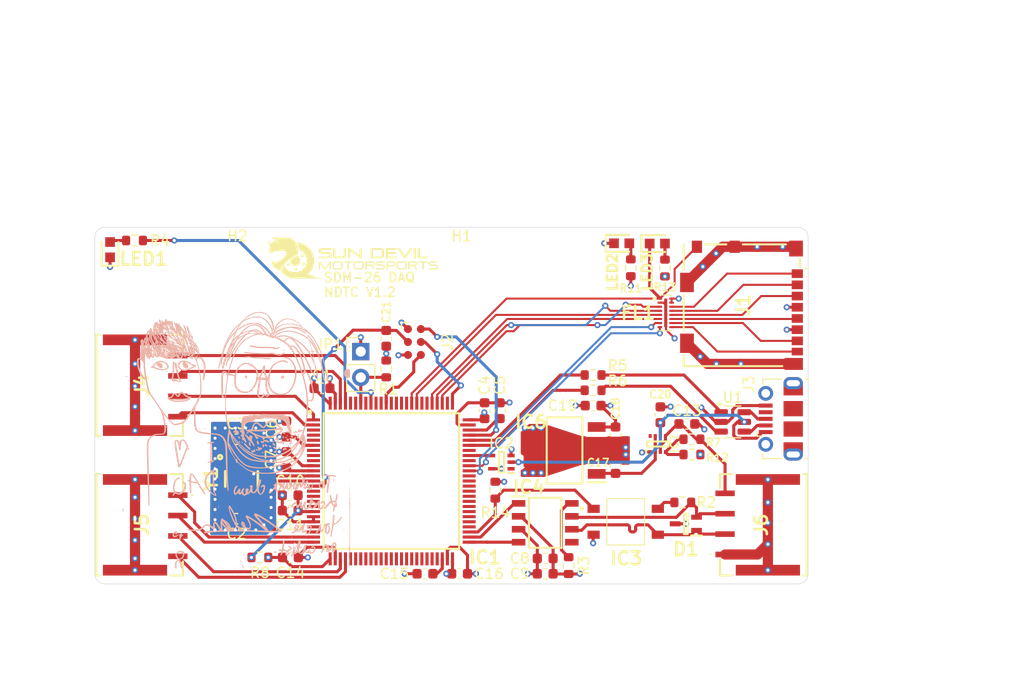
<source format=kicad_pcb>
(kicad_pcb (version 20241229) (generator "pcbnew") (generator_version "9.0")
  (layers (0 "F.Cu" signal) (4 "In1.Cu" signal) (6 "In2.Cu" signal) (2 "B.Cu" signal) (13 "F.Paste" user) (15 "B.Paste" user) (5 "F.SilkS" user "F.Silkscreen") (7 "B.SilkS" user "B.Silkscreen") (1 "F.Mask" user) (3 "B.Mask" user) (25 "Edge.Cuts" user))
  (net 0 "")
  (net 1 "GND")
  (net 2 "/HSE_OUT")
  (net 3 "/HSE_IN")
  (net 4 "+3.3V")
  (net 5 "VCC")
  (net 6 "GNDA")
  (net 7 "VBUS")
  (net 8 "/CAN_LOW")
  (net 9 "/CAN_HI")
  (net 10 "/SDMMC1_D3")
  (net 11 "Net-(FL1-DAT2_EX)")
  (net 12 "/SDMMC1_CMD")
  (net 13 "Net-(FL1-CMD_EX)")
  (net 14 "/SDMMC1_CK")
  (net 15 "Net-(FL1-DAT1_EX)")
  (net 16 "/SDMMC1_D2")
  (net 17 "Net-(FL1-CLK_EX)")
  (net 18 "Net-(FL1-DAT3_EX)")
  (net 19 "/SDMMC1_D0")
  (net 20 "Net-(FL1-DAT0_EX)")
  (net 21 "/SDMMC1_D1")
  (net 22 "/SDMMC1_CD")
  (net 33 "/Reset")
  (net 38 "WheelSpeed_2")
  (net 39 "WheelSpeed_4")
  (net 40 "/USB_OTG_DM")
  (net 45 "/SWDIO")
  (net 49 "Net-(IC1-BOOT0)")
  (net 52 "/USB_OTG_DP")
  (net 54 "/SWCLK")
  (net 62 "/FDCAN2_RX")
  (net 68 "/FDCAN2_TX")
  (net 69 "/USER_LED")
  (net 70 "/ECU_Feedback")
  (net 73 "/CAN_TERM")
  (net 75 "/SWO")
  (net 77 "WheelSpeed_3")
  (net 82 "/USB_OTG_VBUS")
  (net 86 "TC_Prediction")
  (net 90 "WheelSpeed_1")
  (net 92 "Net-(IC3-Pad6)")
  (net 93 "+5V")
  (net 96 "Net-(J3-D+)")
  (net 104 "Net-(J3-D-)")
  (net 105 "Net-(LED1-A)")
  (net 106 "Net-(IC1-VCAP_2)")
  (net 107 "Net-(IC1-VCAP_1)")
  (net 108 "Net-(LED2-A)")
  (net 111 "Net-(IC4-Rs)")
  (net 112 "Net-(R5-Pad1)")
  (net 113 "Net-(R6-Pad2)")
  (net 114 "/MISC_1")
  (net 115 "/MISC_2")
  (net 120 "Net-(IC7-PR1)")
  (net 121 "Net-(LED3-A)")
  (footprint "SDM_MiscFootprint:ABM3B" (layer "F.Cu") (at 114.4 139.7 -90)
    (property "Reference" "Y1")
    (property "Value" "ABM3B-8.000MHZ-10-1-U-T" (hide yes))
  )
  (footprint "SDM_MiscFootprint:SM04BULHK1TA1ETBHF" (layer "F.Cu") (at 104.4 130.5 90)
    (property "Reference" "J4")
    (property "Value" "SM04B-ULHK-1TA1-ETB_HF_" (hide yes))
  )
  (footprint "Connector_PinHeader_2.54mm:PinHeader_1x02_P2.54mm_Vertical" (layer "F.Cu") (at 126.1 127.2)
    (property "Reference" "JP1")
    (property "Value" "BOOT")
  )
  (footprint "SDM_MiscFootprint:SOT65P210X110-5L" (layer "F.Cu") (at 139.9 138.05 180)
    (property "Reference" "IC2")
    (property "Value" "74LVC1G17SE-7" (hide yes))
  )
  (footprint "Resistor_SMD:R_0603_1608Metric" (layer "F.Cu") (at 148.9 131)
    (property "Reference" "R6")
    (property "Value" "27")
  )
  (footprint "Capacitor_SMD:C_0603_1608Metric" (layer "F.Cu") (at 132.4 149 180)
    (property "Reference" "C15")
    (property "Value" "2.2uF")
  )
  (footprint "Resistor_SMD:R_0603_1608Metric" (layer "F.Cu") (at 116.2 147.4)
    (property "Reference" "R8")
    (property "Value" "0")
  )
  (footprint "MountingHole:MountingHole_3.2mm_M3" (layer "F.Cu") (at 136 120)
    (property "Reference" "H1")
    (property "Value" "M3")
  )
  (footprint "Capacitor_SMD:C_0603_1608Metric" (layer "F.Cu") (at 118.8 137.8 90)
    (property "Reference" "C7")
    (property "Value" "100nF")
  )
  (footprint "Capacitor_SMD:C_0603_1608Metric" (layer "F.Cu") (at 119.175 142.8 180)
    (property "Reference" "C11")
    (property "Value" "1uF")
  )
  (footprint "Package_TO_SOT_SMD:SOT-23-6" (layer "F.Cu") (at 162.6 134.1)
    (property "Reference" "U1")
    (property "Value" "USBLC6-2SC6")
  )
  (footprint "SDM_MiscFootprint:SM04BULHK1TA1ETBHF" (layer "F.Cu") (at 165.6 144.2 -90)
    (property "Reference" "J6")
    (property "Value" "SM04B-ULHK-1TA1-ETB_HF_" (hide yes))
  )
  (footprint "SDM_MiscFootprint:SOIC127P600X175-8L" (layer "F.Cu") (at 144.2 144)
    (property "Reference" "IC4")
    (property "Value" "SN65HVD230QDR" (hide yes))
  )
  (footprint "SDM_MiscFootprint:1040310811" (layer "F.Cu") (at 163.644 122.655 90)
    (property "Reference" "J1")
    (property "Value" "104031-0811" (hide yes))
  )
  (footprint "Capacitor_SMD:C_0603_1608Metric" (layer "F.Cu") (at 128.6 125.9 -90)
    (property "Reference" "C21")
    (property "Value" "100nF")
  )
  (footprint "SDM_MiscFootprint:SOTFL50P160X60-8L" (layer "F.Cu") (at 155.25 136.2695 90)
    (property "Reference" "IC7")
    (property "Value" "TPS2116DRLR" (hide yes))
  )
  (footprint "Capacitor_SMD:C_0603_1608Metric" (layer "F.Cu") (at 139.75 133 -90)
    (property "Reference" "C5")
    (property "Value" "2.2uF")
  )
  (footprint "Resistor_SMD:R_0603_1608Metric" (layer "F.Cu") (at 128.6 128.9 -90)
    (property "Reference" "R1")
    (property "Value" "10k")
  )
  (footprint "Capacitor_SMD:C_0603_1608Metric" (layer "F.Cu") (at 122.3 130.8 180)
    (property "Reference" "C1")
    (property "Value" "100nF")
  )
  (footprint "LOGO" (layer "F.Cu") (at 125.4 118)
    (property "Reference" "G***" (hide yes))
    (property "Value" "LOGO" (hide yes))
  )
  (footprint "SDM_MiscFootprint:LEDC1608X80N" (layer "F.Cu") (at 151.7 116.575)
    (property "Reference" "LED2")
    (property "Value" "150060RS75000" (hide yes))
  )
  (footprint "Resistor_SMD:R_0603_1608Metric" (layer "F.Cu") (at 139.3 140.8 -90)
    (property "Reference" "R14")
    (property "Value" "10k")
  )
  (footprint "Capacitor_SMD:C_0603_1608Metric" (layer "F.Cu") (at 155.5 133.4 90)
    (property "Reference" "C20")
    (property "Value" "1uF")
  )
  (footprint "SDM_MiscFootprint:Tag-Connect_TC2030-IDC-NL_2x03_P1.27mm_Vertical" (layer "F.Cu") (at 131.365 126.26 -90)
    (property "Reference" "J2")
    (property "Value" "Conn_ARM_SWD_TagConnect_TC2030-NL")
  )
  (footprint "Resistor_SMD:R_0603_1608Metric" (layer "F.Cu") (at 158.6 137.3)
    (property "Reference" "R12")
    (property "Value" "10k")
  )
  (footprint "Capacitor_SMD:C_0603_1608Metric" (layer "F.Cu") (at 113.9 143.6 180)
    (property "Reference" "C2")
    (property "Value" "6pF")
  )
  (footprint "SDM_MiscFootprint:LEDC1608X80N" (layer "F.Cu") (at 101.5 117.2 90)
    (property "Reference" "LED1")
    (property "Value" "150060GS75000" (hide yes))
  )
  (footprint "Capacitor_SMD:C_0603_1608Metric" (layer "F.Cu") (at 135.8 149 180)
    (property "Reference" "C16")
    (property "Value" "100nF")
  )
  (footprint "Capacitor_SMD:C_0603_1608Metric" (layer "F.Cu") (at 151.1 138.375 -90)
    (property "Reference" "C17")
    (property "Value" "10uF")
  )
  (footprint "SDM_MiscFootprint:SM04BULHK1TA1ETBHF" (layer "F.Cu") (at 104.4 144.2 90)
    (property "Reference" "J5")
    (property "Value" "SM04B-ULHK-1TA1-ETB_HF_" (hide yes))
  )
  (footprint "Capacitor_SMD:C_0603_1608Metric" (layer "F.Cu") (at 119.175 141.3)
    (property "Reference" "C10")
    (property "Value" "100nF")
  )
  (footprint "Resistor_SMD:R_0603_1608Metric" (layer "F.Cu") (at 148.9 129.5 180)
    (property "Reference" "R5")
    (property "Value" "27")
  )
  (footprint "SDM_MiscFootprint:SOT65P210X110-3N" (layer "F.Cu") (at 158 144.1 180)
    (property "Reference" "D1")
    (property "Value" "ESDCAN03-2BWY" (hide yes))
  )
  (footprint "SDM_MiscFootprint:TLP266J" (layer "F.Cu") (at 152.15 143.9)
    (property "Reference" "IC3")
    (property "Value" "TLP175A_TPL,E" (hide yes))
  )
  (footprint "Resistor_SMD:R_0603_1608Metric" (layer "F.Cu") (at 103.9 116.3 180)
    (property "Reference" "R4")
    (property "Value" "5.05")
  )
  (footprint "Capacitor_SMD:C_0603_1608Metric" (layer "F.Cu") (at 144.2 149)
    (property "Reference" "C9")
    (property "Value" "100nF")
  )
  (footprint "Capacitor_SMD:C_0603_1608Metric" (layer "F.Cu") (at 144.2 147.5)
    (property "Reference" "C8")
    (property "Value" "100nF")
  )
  (footprint "Resistor_SMD:R_0603_1608Metric" (layer "F.Cu") (at 146.5 148.2 90)
    (property "Reference" "R3")
    (property "Value" "0")
  )
  (footprint "SDM_MiscFootprint:QFP50P1600X1600X160-100L" (layer "F.Cu") (at 129.1 139.9)
    (property "Reference" "IC1")
    (property "Value" "STM32H743VIT6" (hide yes))
  )
  (footprint "Capacitor_SMD:C_0603_1608Metric" (layer "F.Cu") (at 118.8 134.8 90)
    (property "Reference" "C6")
    (property "Value" "100nF")
  )
  (footprint "Capacitor_SMD:C_0603_1608Metric" (layer "F.Cu") (at 151.1 135.375 90)
    (property "Reference" "C18")
    (property "Value" "10uF")
  )
  (footprint "Connector_USB:USB_Micro-B_Molex-105017-0001" (layer "F.Cu") (at 167.3 133.8 90)
    (property "Reference" "J3")
    (property "Value" "USB_B_Micro")
  )
  (footprint "SDM_MiscFootprint:SOT230P700X180-4N" (layer "F.Cu") (at 146.1 136.9 180)
    (property "Reference" "IC6")
    (property "Value" "MIC37100-3.3WS" (hide yes))
  )
  (footprint "MountingHole:MountingHole_3.2mm_M3" (layer "F.Cu") (at 114 120)
    (property "Reference" "H2")
    (property "Value" "M3")
  )
  (footprint "Resistor_SMD:R_0603_1608Metric" (layer "F.Cu") (at 157.7 142)
    (property "Reference" "R2")
    (property "Value" "120")
  )
  (footprint "Capacitor_SMD:C_0603_1608Metric" (layer "F.Cu") (at 113.9 135.8)
    (property "Reference" "C3")
    (property "Value" "6pF")
  )
  (footprint "Resistor_SMD:R_0603_1608Metric" (layer "F.Cu") (at 155.95 119 90)
    (property "Reference" "R13")
    (property "Value" "68")
  )
  (footprint "Capacitor_SMD:C_0603_1608Metric" (layer "F.Cu") (at 138.25 133 -90)
    (property "Reference" "C4")
    (property "Value" "100nF")
  )
  (footprint "Capacitor_SMD:C_0603_1608Metric" (layer "F.Cu") (at 158.1 134.3 180)
    (property "Reference" "C13")
    (property "Value" "1uF")
  )
  (footprint "Resistor_SMD:R_0603_1608Metric" (layer "F.Cu") (at 158.6 135.8 180)
    (property "Reference" "R7")
    (property "Value" "10k")
  )
  (footprint "SDM_MiscFootprint:LEDC1608X80N" (layer "F.Cu") (at 155.2 116.6)
    (property "Reference" "LED3")
    (property "Value" "150060RS75000" (hide yes))
  )
  (footprint "Resistor_SMD:R_0603_1608Metric" (layer "F.Cu") (at 152.6 118.975 90)
    (property "Reference" "R11")
    (property "Value" "68")
  )
  (footprint "SDM_MiscFootprint:EMIF06MSD02N16" (layer "F.Cu") (at 155.825 123.4 -90)
    (property "Reference" "FL1")
    (property "Value" "EMIF06-MSD02N16" (hide yes))
  )
  (footprint "Capacitor_SMD:C_0603_1608Metric" (layer "F.Cu") (at 148.9 132.5)
    (property "Reference" "C19")
    (property "Value" "4.7uF")
  )
  (footprint "Capacitor_SMD:C_0603_1608Metric" (layer "F.Cu") (at 119.2 147.4)
    (property "Reference" "C14")
    (property "Value" "100nF")
  )
  (footprint "LOGO" (layer "B.Cu") (at 113.9 135.8 180)
    (property "Reference" "G***" (hide yes))
    (property "Value" "LOGO" (hide yes))
  )
  (gr_line (start 101 115) (end 169 115) (stroke (width 0.05)) (layer "Edge.Cuts"))
  (gr_arc (start 170 149) (mid 169.707107 149.707107) (end 169 150) (stroke (width 0.05)) (layer "Edge.Cuts"))
  (gr_arc (start 100 116) (mid 100.292893 115.292893) (end 101 115) (stroke (width 0.05)) (layer "Edge.Cuts"))
  (gr_arc (start 101 150) (mid 100.292893 149.707107) (end 100 149) (stroke (width 0.05)) (layer "Edge.Cuts"))
  (gr_line (start 100 149) (end 100 116) (stroke (width 0.05)) (layer "Edge.Cuts"))
  (gr_line (start 170 116) (end 170 149) (stroke (width 0.05)) (layer "Edge.Cuts"))
  (gr_line (start 169 150) (end 101 150) (stroke (width 0.05)) (layer "Edge.Cuts"))
  (gr_arc (start 169 115) (mid 169.707107 115.292893) (end 170 116) (stroke (width 0.05)) (layer "Edge.Cuts"))
  (gr_text "SDM-26 DAQ\nNDTC V1.2" (at 122.4 121.9 0) (layer "F.SilkS") (effects (font (size 0.9 0.9)) (justify left bottom)))
  (segment (start 113.125 143.6) (end 113.125 141.775) (width 0.3) (layer "F.Cu") (net 1))
  (segment (start 123.075 129.825) (end 123.1 129.8) (width 0.3) (layer "F.Cu") (net 1))
  (segment (start 159.414 127.686) (end 158.113 126.385) (width 1) (layer "F.Cu") (net 1))
  (segment (start 113.125 143.6) (end 113.125 144.375) (width 0.3) (layer "F.Cu") (net 1))
  (segment (start 147.575 149.025) (end 147.6 149) (width 0.3) (layer "F.Cu") (net 1))
  (segment (start 138.25 132.225) (end 139.75 132.225) (width 0.3) (layer "F.Cu") (net 1))
  (segment (start 168.638 116.915) (end 168.813 117.09) (width 1) (layer "F.Cu") (net 1))
  (segment (start 136.625 132.225) (end 138.25 132.225) (width 0.3) (layer "F.Cu") (net 1))
  (segment (start 144.975 146.512) (end 144.975 147.5) (width 0.3) (layer "F.Cu") (net 1))
  (segment (start 149.95 137.6) (end 149.25 136.9) (width 0.3) (layer "F.Cu") (net 1))
  (segment (start 136.575 149) (end 137.4 149) (width 0.3) (layer "F.Cu") (net 1))
  (segment (start 162.788 116.915) (end 161.613 116.915) (width 1) (layer "F.Cu") (net 1))
  (segment (start 163.4 128.41) (end 161 128.41) (width 1) (layer "F.Cu") (net 1))
  (segment (start 166.05 142) (end 166.05 144) (width 1) (layer "F.Cu") (net 1))
  (segment (start 103.95 145.7) (end 103.95 147.5) (width 1) (layer "F.Cu") (net 1))
  (segment (start 148.9 145.22) (end 148.95 145.17) (width 0.3) (layer "F.Cu") (net 1))
  (segment (start 151.1 137.6) (end 149.95 137.6) (width 0.3) (layer "F.Cu") (net 1))
  (segment (start 139.75 132.225) (end 140.675 132.225) (width 0.3) (layer "F.Cu") (net 1))
  (segment (start 140.85 136.85) (end 140.9 136.8) (width 0.3) (layer "F.Cu") (net 1))
  (segment (start 119.325 148.3) (end 122.338 148.3) (width 0.3) (layer "F.Cu") (net 1))
  (segment (start 151.65 136.15) (end 151.1 136.15) (width 0.3) (layer "F.Cu") (net 1))
  (segment (start 166.05 139.75) (end 166.05 142) (width 1) (layer "F.Cu") (net 1))
  (segment (start 140.85 137.4) (end 140.85 136.85) (width 0.3) (layer "F.Cu") (net 1))
  (segment (start 103.95 132.6) (end 103.95 133.7) (width 1) (layer "F.Cu") (net 1))
  (segment (start 160.138 128.41) (end 159.414 127.686) (width 1) (layer "F.Cu") (net 1))
  (segment (start 144.975 146.512) (end 141.828 143.365) (width 0.3) (layer "F.Cu") (net 1))
  (segment (start 153.7 137.1) (end 153.7425 137.0575) (width 0.3) (layer "F.Cu") (net 1))
  (segment (start 103.95 140.05) (end 103.95 141.5) (width 1) (layer "F.Cu") (net 1))
  (segment (start 150 136.15) (end 149.25 136.9) (width 0.3) (layer "F.Cu") (net 1))
  (segment (start 118.98781 137.025) (end 118.8 137.025) (width 0.3) (layer "F.Cu") (net 1))
  (segment (start 156.051 123.426) (end 156.025 123.4) (width 0.2) (layer "F.Cu") (net 1))
  (segment (start 118.1 137.025) (end 118.8 137.025) (width 0.3) (layer "F.Cu") (net 1))
  (segment (start 103.95 126.05) (end 103.95 128.4) (width 1) (layer "F.Cu") (net 1))
  (segment (start 113.125 141.775) (end 113.2 141.7) (width 0.3) (layer "F.Cu") (net 1))
  (segment (start 146.5 149.025) (end 145 149.025) (width 0.3) (layer "F.Cu") (net 1))
  (segment (start 161 128.41) (end 160.138 128.41) (width 1) (layer "F.Cu") (net 1))
  (segment (start 162.788 116.915) (end 165 116.915) (width 1) (layer "F.Cu") (net 1))
  (segment (start 165.8375 132.5) (end 163.012322 132.5) (width 0.3) (layer "F.Cu") (net 1))
  (segment (start 148.9 146) (end 148.9 145.22) (width 0.3) (layer "F.Cu") (net 1))
  (segment (start 141.589 143.465) (end 141.928 143.465) (width 0.3) (layer "F.Cu") (net 1))
  (segment (start 113.125 144.375) (end 112.8 144.7) (width 0.3) (layer "F.Cu") (net 1))
  (segment (start 123.6 132.262) (end 123.6 131.325) (width 0.3) (layer "F.Cu") (net 1))
  (segment (start 115.6 139.2) (end 115.6 137.7) (width 0.3) (layer "F.Cu") (net 1))
  (segment (start 159.28076 134.3) (end 158.875 134.3) (width 0.3) (layer "F.Cu") (net 1))
  (segment (start 134.9 146.4) (end 135.8 146.4) (width 0.3) (layer "F.Cu") (net 1))
  (segment (start 156.025 123.4) (end 156.025 122.625) (width 0.2) (layer "F.Cu") (net 1))
  (segment (start 136.575 147.175) (end 136.575 149) (width 0.3) (layer "F.Cu") (net 1))
  (segment (start 151.1 136.15) (end 150 136.15) (width 0.3) (layer "F.Cu") (net 1))
  (segment (start 156.9 125.9) (end 156.051 125.051) (width 0.2) (layer "F.Cu") (net 1))
  (segment (start 136.738 134.4) (end 135.7 134.4) (width 0.3) (layer "F.Cu") (net 1))
  (segment (start 135.7 134.4) (end 135.55 134.25) (width 0.3) (layer "F.Cu") (net 1))
  (segment (start 165 116.915) (end 167.5 116.915) (width 1) (layer "F.Cu") (net 1))
  (segment (start 161.85 147.11) (end 165.04 147.11) (width 1) (layer "F.Cu") (net 1))
  (segment (start 162.6 133.624998) (end 162.124998 134.1) (width 0.3) (layer "F.Cu") (net 1))
  (segment (start 122.338 148.3) (end 123.1 147.538) (width 0.3) (layer "F.Cu") (net 1))
  (segment (start 166.05 146.1) (end 166.05 148.65) (width 1) (layer "F.Cu") (net 1))
  (segment (start 152.1 137.3) (end 151.8 137.6) (width 0.3) (layer "F.Cu") (net 1))
  (segment (start 161.613 116.915) (end 160.964 117.564) (width 1) (layer "F.Cu") (net 1))
  (segment (start 147.2 132.5) (end 148.125 132.5) (width 0.3) (layer "F.Cu") (net 1))
  (segment (start 166.05 144) (end 166.05 146.1) (width 1) (layer "F.Cu") (net 1))
  (segment (start 101.5 117.95) (end 101.5 118.9) (width 0.3) (layer "F.Cu") (net 1))
  (segment (start 156.95 144.1) (end 158 144.1) (width 0.3) (layer "F.Cu") (net 1))
  (segment (start 103.95 147.5) (end 103.95 148.599) (width 1) (layer "F.Cu") (net 1))
  (segment (start 131.625 149) (end 130.4 149) (width 0.3) (layer "F.Cu") (net 1))
  (segment (start 139.3 139.975) (end 140.175 139.975) (width 0.3) (layer "F.Cu") (net 1))
  (segment (start 167.5 116.915) (end 168.638 116.915) (width 1) (layer "F.Cu") (net 1))
  (segment (start 160.964 117.564) (end 159.664 118.864) (width 1) (layer "F.Cu") (net 1))
  (segment (start 118.8 137.1) (end 118.8 137.025) (width 0.2) (layer "F.Cu") (net 1))
  (segment (start 134.6 147.538) (end 134.6 146.7) (width 0.3) (layer "F.Cu") (net 1))
  (segment (start 130.73 127.53) (end 129.83 127.53) (width 0.3) (layer "F.Cu") (net 1))
  (segment (start 168.938 125.05) (end 167.9 125.05) (width 0.3) (layer "F.Cu") (net 1))
  (segment (start 144.975 147.5) (end 144.975 149) (width 0.3) (layer "F.Cu") (net 1))
  (segment (start 135.8 146.4) (end 136.575 147.175) (width 0.3) (layer "F.Cu") (net 1))
  (segment (start 152.1 137.3) (end 152.3 137.3) (width 0.3) (layer "F.Cu") (net 1))
  (segment (start 103.95 130.6) (end 103.95 132.6) (width 1) (layer "F.Cu") (net 1))
  (segment (start 155.45 122.4) (end 155.8 122.4) (width 0.2) (layer "F.Cu") (net 1))
  (segment (start 146.5 149.025) (end 147.575 149.025) (width 0.3) (layer "F.Cu") (net 1))
  (segment (start 141.828 143.365) (end 141.589 143.365) (width 0.3) (layer "F.Cu") (net 1))
  (segment (start 163.012322 132.5) (end 162.6 132.912322) (width 0.3) (layer "F.Cu") (net 1))
  (segment (start 128.6 127.4) (end 128.6 126.675) (width 0.3) (layer "F.Cu") (net 1))
  (segment (start 103.95 141.5) (end 103.95 143.6) (width 1) (layer "F.Cu") (net 1))
  (segment (start 159.664 118.864) (end 158.113 120.415) (width 1) (layer "F.Cu") (net 1))
  (segment (start 160.91924 134.1) (end 159.50962 132.69038) (width 0.3) (layer "F.Cu") (net 1))
  (segment (start 113.125 135.8) (end 113.125 135.025) (width 0.3) (layer "F.Cu") (net 1))
  (segment (start 140.675 132.225) (end 140.7 132.2) (width 0.3) (layer "F.Cu") (net 1))
  (segment (start 161.4625 134.1) (end 160.91924 134.1) (width 0.3) (layer "F.Cu") (net 1))
  (segment (start 155.5 132.625) (end 156.475 132.625) (width 0.3) (layer "F.Cu") (net 1))
  (segment (start 123.6 131.325) (end 123.075 130.8) (width 0.3) (layer "F.Cu") (net 1))
  (segment (start 153.7425 137.0575) (end 154.5 137.0575) (width 0.3) (layer "F.Cu") (net 1))
  (segment (start 117.025 147.4) (end 118.425 147.4) (width 0.3) (layer "F.Cu") (net 1))
  (segment (start 156.475 132.625) (end 156.5 132.6) (width 0.3) (layer "F.Cu") (net 1))
  (segment (start 103.95 133.7) (end 103.95 134.95) (width 1) (layer "F.Cu") (net 1))
  (segment (start 120.36281 138.4) (end 118.98781 137.025) (width 0.3) (layer "F.Cu") (net 1))
  (segment (start 135.55 134.25) (end 135.55 133.3) (width 0.3) (layer "F.Cu") (net 1))
  (segment (start 118.125 134.025) (end 118.8 134.025) (width 0.3) (layer "F.Cu") (net 1))
  (segment (start 151.1 137.6) (end 151.1 136.15) (width 0.3) (layer "F.Cu") (net 1))
  (segment (start 156.025 122.625) (end 155.8 122.4) (width 0.2) (layer "F.Cu") (net 1))
  (segment (start 159.81538 134.83462) (end 159.28076 134.3) (width 0.3) (layer "F.Cu") (net 1))
  (segment (start 152.1 136.6) (end 151.65 136.15) (width 0.3) (layer "F.Cu") (net 1))
  (segment (start 123.075 130.8) (end 123.075 129.8) (width 0.3) (layer "F.Cu") (net 1))
  (segment (start 121.462 138.4) (end 120.36281 138.4) (width 0.3) (layer "F.Cu") (net 1))
  (segment (start 103.95 128.4) (end 103.95 130.6) (width 1) (layer "F.Cu") (net 1))
  (segment (start 128.6 128.075) (end 128.6 127.4) (width 0.3) (layer "F.Cu") (net 1))
  (segment (start 162.6 132.912322) (end 162.6 133.624998) (width 0.3) (layer "F.Cu") (net 1))
  (segment (start 150.95 116.575) (end 150 116.575) (width 0.3) (layer "F.Cu") (net 1))
  (segment (start 162.124998 134.1) (end 161.4625 134.1) (width 0.3) (layer "F.Cu") (net 1))
  (segment (start 103.95 143.6) (end 103.95 145.7) (width 1) (layer "F.Cu") (net 1))
  (segment (start 118.425 147.4) (end 119.325 148.3) (width 0.3) (layer "F.Cu") (net 1))
  (segment (start 165.04 147.11) (end 166.05 146.1) (width 1) (layer "F.Cu") (net 1))
  (segment (start 151.8 137.6) (end 151.1 137.6) (width 0.3) (layer "F.Cu") (net 1))
  (segment (start 135.55 133.3) (end 136.625 132.225) (width 0.3) (layer "F.Cu") (net 1))
  (segment (start 134.6 146.7) (end 134.9 146.4) (width 0.3) (layer "F.Cu") (net 1))
  (segment (start 113.125 135.025) (end 112.8 134.7) (width 0.3) (layer "F.Cu") (net 1))
  (segment (start 156.051 125.051) (end 156.051 123.426) (width 0.2) (layer "F.Cu") (net 1))
  (segment (start 168.588 128.41) (end 163.4 128.41) (width 1) (layer "F.Cu") (net 1))
  (segment (start 145 149.025) (end 144.975 149) (width 0.3) (layer "F.Cu") (net 1))
  (via (at 117.299997 138.6) (size 0.6) (drill 0.3) (layers "F.Cu" "B.Cu") (net 1))
  (via (at 166.05 139.75) (size 0.6) (drill 0.3) (layers "F.Cu" "B.Cu") (net 1))
  (via (at 111.8 138.7) (size 0.6) (drill 0.3) (layers "F.Cu" "B.Cu") (net 1))
  (via (at 140.7 132.2) (size 0.6) (drill 0.3) (layers "F.Cu" "B.Cu") (net 1))
  (via (at 147.6 149) (size 0.6) (drill 0.3) (layers "F.Cu" "B.Cu") (net 1))
  (via (at 112.8 144.7) (size 0.6) (drill 0.3) (layers "F.Cu" "B.Cu") (net 1))
  (via (at 117.3 143.5) (size 0.6) (drill 0.3) (layers "F.Cu" "B.Cu") (net 1))
  (via (at 111.8 143.7) (size 0.6) (drill 0.3) (layers "F.Cu" "B.Cu") (net 1))
  (via (at 167.9 125.05) (size 0.6) (drill 0.3) (layers "F.Cu" "B.Cu") (net 1))
  (via (at 114.8 144.7) (size 0.6) (drill 0.3) (layers "F.Cu" "B.Cu") (net 1))
  (via (at 152.1 136.6) (size 0.6) (drill 0.3) (layers "F.Cu" "B.Cu") (net 1))
  (via (at 111.8 136.7) (size 0.6) (drill 0.3) (layers "F.Cu" "B.Cu") (net 1))
  (via (at 115.6 139.2) (size 0.6) (drill 0.3) (layers "F.Cu" "B.Cu") (net 1))
  (via (at 148.9 146) (size 0.6) (drill 0.3) (layers "F.Cu" "B.Cu") (net 1))
  (via (at 140.9 136.8) (size 0.6) (drill 0.3) (layers "F.Cu" "B.Cu") (net 1))
  (via (at 159.425 137.3) (size 0.6) (drill 0.3) (layers "F.Cu" "B.Cu") (net 1))
  (via (at 158 144.1) (size 0.6) (drill 0.3) (layers "F.Cu" "B.Cu") (net 1))
  (via (at 163.4 128.41) (size 0.6) (drill 0.3) (layers "F.Cu" "B.Cu") (net 1))
  (via (at 156.9 125.9) (size 0.6) (drill 0.3) (layers "F.Cu" "B.Cu") (net 1))
  (via (at 159.414 127.686) (size 0.6) (drill 0.3) (layers "F.Cu" "B.Cu") (net 1))
  (via (at 161 128.41) (size 0.6) (drill 0.3) (layers "F.Cu" "B.Cu") (net 1))
  (via (at 115.8 134.7) (size 0.6) (drill 0.3) (layers "F.Cu" "B.Cu") (net 1))
  (via (at 166.05 146.1) (size 0.6) (drill 0.3) (layers "F.Cu" "B.Cu") (net 1))
  (via (at 166.05 144) (size 0.6) (drill 0.3) (layers "F.Cu" "B.Cu") (net 1))
  (via (at 103.95 145.7) (size 0.6) (drill 0.3) (layers "F.Cu" "B.Cu") (net 1))
  (via (at 137.4 149) (size 0.6) (drill 0.3) (layers "F.Cu" "B.Cu") (net 1))
  (via (at 114.8 134.7) (size 0.6) (drill 0.3) (layers "F.Cu" "B.Cu") (net 1))
  (via (at 103.95 139.75) (size 0.6) (drill 0.3) (layers "F.Cu" "B.Cu") (net 1))
  (via (at 103.95 128.4) (size 0.6) (drill 0.3) (layers "F.Cu" "B.Cu") (net 1))
  (via (at 159.50962 132.69038) (size 0.6) (drill 0.3) (layers "F.Cu" "B.Cu") (net 1))
  (via (at 142.2 139.1) (size 0.6) (drill 0.3) (layers "F.Cu" "B.Cu") (net 1))
  (via (at 159.81538 134.83462) (size 0.6) (drill 0.3) (layers "F.Cu" "B.Cu") (net 1))
  (via (at 103.95 143.6) (size 0.6) (drill 0.3) (layers "F.Cu" "B.Cu") (net 1))
  (via (at 117.3 135.9) (size 0.6) (drill 0.3) (layers "F.Cu" "B.Cu") (net 1))
  (via (at 111.8 139.7) (size 0.6) (drill 0.3) (layers "F.Cu" "B.Cu") (net 1))
  (via (at 103.95 134.95) (size 0.6) (drill 0.3) (layers "F.Cu" "B.Cu") (net 1))
  (via (at 117.3 136.9) (size 0.6) (drill 0.3) (layers "F.Cu" "B.Cu") (net 1))
  (via (at 117.3 137.9) (size 0.6) (drill 0.3) (layers "F.Cu" "B.Cu") (net 1))
  (via (at 117.025 147.4) (size 0.6) (drill 0.3) (layers "F.Cu" "B.Cu") (net 1))
  (via (at 167.5 116.915) (size 0.6) (drill 0.3) (layers "F.Cu" "B.Cu") (net 1))
  (via (at 111.8 142.7) (size 0.6) (drill 0.3) (layers "F.Cu" "B.Cu") (net 1))
  (via (at 116.6 144.2) (size 0.6) (drill 0.3) (layers "F.Cu" "B.Cu") (net 1))
  (via (at 103.95 141.5) (size 0.6) (drill 0.3) (layers "F.Cu" "B.Cu") (net 1))
  (via (at 159.664 118.864) (size 0.6) (drill 0.3) (layers "F.Cu" "B.Cu") (net 1))
  (via (at 150 116.575) (size 0.6) (drill 0.3) (layers "F.Cu" "B.Cu") (net 1))
  (via (at 103.95 147.5) (size 0.6) (drill 0.3) (layers "F.Cu" "B.Cu") (net 1))
  (via (at 130.4 149) (size 0.6) (drill 0.3) (layers "F.Cu" "B.Cu") (net 1))
  (via (at 113.8 144.7) (size 0.6) (drill 0.3) (layers "F.Cu" "B.Cu") (net 1))
  (via (at 160.964 117.564) (size 0.6) (drill 0.3) (layers "F.Cu" "B.Cu") (net 1))
  (via (at 128.6 127.4) (size 0.6) (drill 0.3) (layers "F.Cu" "B.Cu") (net 1))
  (via (at 147.2 132.5) (size 0.6) (drill 0.3) (layers "F.Cu" "B.Cu") (net 1))
  (via (at 111.8 135.7) (size 0.6) (drill 0.3) (layers "F.Cu" "B.Cu") (net 1))
  (via (at 112.8 134.7) (size 0.6) (drill 0.3) (layers "F.Cu" "B.Cu") (net 1))
  (via (at 111.8 134.7) (size 0.6) (drill 0.3) (layers "F.Cu" "B.Cu") (net 1))
  (via (at 166.05 142) (size 0.6) (drill 0.3) (layers "F.Cu" "B.Cu") (net 1))
  (via (at 140.175 139.975) (size 0.6) (drill 0.3) (layers "F.Cu" "B.Cu") (net 1))
  (via (at 115.8 144.7) (size 0.6) (drill 0.3) (layers "F.Cu" "B.Cu") (net 1))
  (via (at 103.95 148.65) (size 0.6) (drill 0.3) (layers "F.Cu" "B.Cu") (net 1))
  (via (at 166.05 148.65) (size 0.6) (drill 0.3) (layers "F.Cu" "B.Cu") (net 1))
  (via (at 103.95 130.6) (size 0.6) (drill 0.3) (layers "F.Cu" "B.Cu") (net 1))
  (via (at 103.95 126.05) (size 0.6) (drill 0.3) (layers "F.Cu" "B.Cu") (net 1))
  (via (at 101.5 118.9) (size 0.6) (drill 0.3) (layers "F.Cu" "B.Cu") (net 1))
  (via (at 117.3 142.5) (size 0.6) (drill 0.3) (layers "F.Cu" "B.Cu") (net 1))
  (via (at 143.8 139.1) (size 0.6) (drill 0.3) (layers "F.Cu" "B.Cu") (net 1))
  (via (at 143.8 134.7) (size 0.6) (drill 0.3) (layers "F.Cu" "B.Cu") (net 1))
  (via (at 117.3 140.8) (size 0.6) (drill 0.3) (layers "F.Cu" "B.Cu") (net 1))
  (via (at 143 139.1) (size 0.6) (drill 0.3) (layers "F.Cu" "B.Cu") (net 1))
  (via (at 165 116.915) (size 0.6) (drill 0.3) (layers "F.Cu" "B.Cu") (net 1))
  (via (at 113.8 134.7) (size 0.6) (drill 0.3) (layers "F.Cu" "B.Cu") (net 1))
  (via (at 111.8 141.7) (size 0.6) (drill 0.3) (layers "F.Cu" "B.Cu") (net 1))
  (via (at 118.125 134.025) (size 0.6) (drill 0.3) (layers "F.Cu" "B.Cu") (net 1))
  (via (at 143 134.7) (size 0.6) (drill 0.3) (layers "F.Cu" "B.Cu") (net 1))
  (via (at 118.1 137.025) (size 0.6) (drill 0.3) (layers "F.Cu" "B.Cu") (net 1))
  (via (at 111.8 144.7) (size 0.6) (drill 0.3) (layers "F.Cu" "B.Cu") (net 1))
  (via (at 129.8 127.56) (size 0.6) (drill 0.3) (layers "F.Cu" "B.Cu") (net 1))
  (via (at 156.5 132.6) (size 0.6) (drill 0.3) (layers "F.Cu" "B.Cu") (net 1))
  (via (at 116.6 135.2) (size 0.6) (drill 0.3) (layers "F.Cu" "B.Cu") (net 1))
  (via (at 153.7 137.1) (size 0.6) (drill 0.3) (layers "F.Cu" "B.Cu") (net 1))
  (via (at 111.8 137.7) (size 0.6) (drill 0.3) (layers "F.Cu" "B.Cu") (net 1))
  (via (at 123.075 129.8) (size 0.6) (drill 0.3) (layers "F.Cu" "B.Cu") (net 1))
  (via (at 142.2 134.7) (size 0.6) (drill 0.3) (layers "F.Cu" "B.Cu") (net 1))
  (via (at 111.8 140.7) (size 0.6) (drill 0.3) (layers "F.Cu" "B.Cu") (net 1))
  (via (at 103.95 132.6) (size 0.6) (drill 0.3) (layers "F.Cu" "B.Cu") (net 1))
  (via (at 117.3 141.5) (size 0.6) (drill 0.3) (layers "F.Cu" "B.Cu") (net 1))
  (via (at 152.1 137.3) (size 0.6) (drill 0.3) (layers "F.Cu" "B.Cu") (net 1))
  (segment (start 116.6 142.7) (end 115.7 143.6) (width 0.3) (layer "F.Cu") (net 2))
  (segment (start 115.7 143.6) (end 114.675 143.6) (width 0.3) (layer "F.Cu") (net 2))
  (segment (start 117.279346 139.9) (end 116.6 140.579346) (width 0.3) (layer "F.Cu") (net 2))
  (segment (start 114.675 143.6) (end 114.675 142.625) (width 0.3) (layer "F.Cu") (net 2))
  (segment (start 121.462 139.9) (end 117.279346 139.9) (width 0.3) (layer "F.Cu") (net 2))
  (segment (start 116.6 140.579346) (end 116.6 142.7) (width 0.3) (layer "F.Cu") (net 2))
  (segment (start 114.675 142.625) (end 115.6 141.7) (width 0.3) (layer "F.Cu") (net 2))
  (segment (start 115.902 135.8) (end 114.675 135.8) (width 0.3) (layer "F.Cu") (net 3))
  (segment (start 113.2 137.7) (end 113.2 137.275) (width 0.3) (layer "F.Cu") (net 3))
  (segment (start 113.2 137.275) (end 114.675 135.8) (width 0.3) (layer "F.Cu") (net 3))
  (segment (start 117.1 139.4) (end 116.551 138.851) (width 0.3) (layer "F.Cu") (net 3))
  (segment (start 116.551 136.449) (end 115.902 135.8) (width 0.3) (layer "F.Cu") (net 3))
  (segment (start 116.551 138.851) (end 116.551 136.449) (width 0.3) (layer "F.Cu") (net 3))
  (segment (start 121.462 139.4) (end 117.1 139.4) (width 0.3) (layer "F.Cu") (net 3))
  (segment (start 119.675 135.575) (end 118.8 135.575) (width 0.3) (layer "F.Cu") (net 4))
  (segment (start 123.4 146.4) (end 120.83302 146.4) (width 0.3) (layer "F.Cu") (net 4))
  (segment (start 123.1 132.262) (end 122.987 132.262) (width 0.3) (layer "F.Cu") (net 4))
  (segment (start 121.462 143.9) (end 121.462 143.501) (width 0.3) (layer "F.Cu") (net 4))
  (segment (start 130.1 124.36) (end 130.73 124.99) (width 0.3) (layer "F.Cu") (net 4))
  (segment (start 118.8 135.575) (end 118.125 135.575) (width 0.3) (layer "F.Cu") (net 4))
  (segment (start 120 147.3) (end 119.975 147.3) (width 0.2) (layer "F.Cu") (net 4))
  (segment (start 156.6 122) (end 157.3 122) (width 0.2) (layer "F.Cu") (net 4))
  (segment (start 120.83302 146.4) (end 119.975 147.25802) (width 0.3) (layer "F.Cu") (net 4))
  (segment (start 136.738 133.9) (end 138.125 133.9) (width 0.3) (layer "F.Cu") (net 4))
  (segment (start 119.975 147.25802) (end 119.975 147.4) (width 0.3) (layer "F.Cu") (net 4))
  (segment (start 143.425 147.5) (end 143.425 149) (width 0.3) (layer "F.Cu") (net 4))
  (segment (start 122.987 132.262) (end 121.525 130.8) (width 0.3) (layer "F.Cu") (net 4))
  (segment (start 123.1 132.362) (end 123.087 132.362) (width 0.3) (layer "F.Cu") (net 4))
  (segment (start 135.025 149) (end 135.101 148.924) (width 0.3) (layer "F.Cu") (net 4))
  (segment (start 126.1 127.16) (end 126.1 125.8) (width 0.3) (layer "F.Cu") (net 4))
  (segment (start 120.5 136.4) (end 119.675 135.575) (width 0.3) (layer "F.Cu") (net 4))
  (segment (start 135.025 149) (end 134.5 149) (width 0.3) (layer "F.Cu") (net 4))
  (segment (start 138.25 133.196526) (end 138.228474 133.175) (width 0.3) (layer "F.Cu") (net 4))
  (segment (start 149.675 132.5) (end 150.6 132.5) (width 0.3) (layer "F.Cu") (net 4))
  (segment (start 119.5 143.9) (end 121.462 143.9) (width 0.3) (layer "F.Cu") (net 4))
  (segment (start 143.425 146.232) (end 143.425 147.5) (width 0.3) (layer "F.Cu") (net 4))
  (segment (start 156.6 122) (end 156.6 122.4) (width 0.2) (layer "F.Cu") (net 4))
  (segment (start 118.4 142.8) (end 119.5 143.9) (width 0.3) (layer "F.Cu") (net 4))
  (segment (start 149.25 134.6) (end 151.1 134.6) (width 0.3) (layer "F.Cu") (net 4))
  (segment (start 123.6 146.6) (end 123.4 146.4) (width 0.3) (layer "F.Cu") (net 4))
  (segment (start 123.6 147.538) (end 123.6 146.6) (width 0.3) (layer "F.Cu") (net 4))
  (segment (start 135.101 148.924) (end 135.101 147.538) (width 0.3) (layer "F.Cu") (net 4))
  (segment (start 139.9 138.7) (end 138.95 138.7) (width 0.3) (layer "F.Cu") (net 4))
  (segment (start 118.8 138.575) (end 118.125 138.575) (width 0.3) (layer "F.Cu") (net 4))
  (segment (start 151.1 134.6) (end 151.1 133.925) (width 0.3) (layer "F.Cu") (net 4))
  (segment (start 152.6 119.8) (end 152.6 120.75) (width 0.3) (layer "F.Cu") (net 4))
  (segment (start 143.425 146.232) (end 141.828 144.635) (width 0.3) (layer "F.Cu") (net 4))
  (segment (start 118.125 138.575) (end 118.1 138.6) (width 0.3) (layer "F.Cu") (net 4))
  (segment (start 143.425 149) (end 142.5 149) (width 0.3) (layer "F.Cu") (net 4))
  (segment (start 123.1 132.362) (end 123.1 132.175) (width 0.3) (layer "F.Cu") (net 4))
  (segment (start 138.25 133.775) (end 138.25 133.196526) (width 0.3) (layer "F.Cu") (net 4))
  (segment (start 121.525 130.8) (end 121.525 129.8) (width 0.3) (layer "F.Cu") (net 4))
  (segment (start 121.462 136.4) (end 120.5 136.4) (width 0.3) (layer "F.Cu") (net 4))
  (segment (start 141.828 144.635) (end 141.589 144.635) (width 0.3) (layer "F.Cu") (net 4))
  (segment (start 151.1 133.925) (end 149.675 132.5) (width 0.3) (layer "F.Cu") (net 4))
  (segment (start 168.938 122.85) (end 167.9 122.85) (width 0.3) (layer "F.Cu") (net 4))
  (segment (start 138.125 133.9) (end 138.25 133.775) (width 0.3) (layer "F.Cu") (net 4))
  (segment (start 120.9 147.4) (end 119.975 147.4) (width 0.3) (layer "F.Cu") (net 4))
  (segment (start 119.125 138.9) (end 118.8 138.575) (width 0.3) (layer "F.Cu") (net 4))
  (segment (start 121.462 138.9) (end 119.125 138.9) (width 0.3) (layer "F.Cu") (net 4))
  (segment (start 141.589 144.735) (end 141.928 144.735) (width 0.3) (layer "F.Cu") (net 4))
  (segment (start 118.4 141.3) (end 118.4 142.8) (width 0.3) (layer "F.Cu") (net 4))
  (via (at 121.525 129.8) (size 0.6) (drill 0.3) (layers "F.Cu" "B.Cu") (net 4))
  (via (at 118.4 141.3) (size 0.6) (drill 0.3) (layers "F.Cu" "B.Cu") (net 4))
  (via (at 138.228474 133.175) (size 0.6) (drill 0.3) (layers "F.Cu" "B.Cu") (net 4))
  (via (at 152.6 120.75) (size 0.6) (drill 0.3) (layers "F.Cu" "B.Cu") (net 4))
  (via (at 126.1 125.8) (size 0.6) (drill 0.3) (layers "F.Cu" "B.Cu") (net 4))
  (via (at 150.6 132.5) (size 0.6) (drill 0.3) (layers "F.Cu" "B.Cu") (net 4))
  (via (at 134.5 149) (size 0.6) (drill 0.3) (layers "F.Cu" "B.Cu") (net 4))
  (via (at 142.5 149) (size 0.6) (drill 0.3) (layers "F.Cu" "B.Cu") (net 4))
  (via (at 118.1 138.6) (size 0.6) (drill 0.3) (layers "F.Cu" "B.Cu") (net 4))
  (via (at 155.95 119.825) (size 0.6) (drill 0.3) (layers "F.Cu" "B.Cu") (net 4))
  (via (at 120.9 147.4) (size 0.6) (drill 0.3) (layers "F.Cu" "B.Cu") (net 4))
  (via (at 130.1 124.36) (size 0.6) (drill 0.3) (layers "F.Cu" "B.Cu") (net 4))
  (via (at 157.3 122) (size 0.6) (drill 0.3) (layers "F.Cu" "B.Cu") (net 4))
  (via (at 167.9 122.85) (size 0.6) (drill 0.3) (layers "F.Cu" "B.Cu") (net 4))
  (via (at 118.125 135.575) (size 0.6) (drill 0.3) (layers "F.Cu" "B.Cu") (net 4))
  (via (at 139.9 138.7) (size 0.6) (drill 0.3) (layers "F.Cu" "B.Cu") (net 4))
  (segment (start 161.85 141.11) (end 161.85 138.225) (width 0.3) (layer "F.Cu") (net 5))
  (segment (start 161.85 138.225) (end 159.425 135.8) (width 0.3) (layer "F.Cu") (net 5))
  (segment (start 161.9 141.06) (end 161.85 141.11) (width 0.3) (layer "F.Cu") (net 5))
  (segment (start 157.1815 134.3) (end 156 135.4815) (width 0.3) (layer "F.Cu") (net 5))
  (segment (start 155.5 137.0575) (end 155.5 136.4195) (width 0.3) (layer "F.Cu") (net 5))
  (segment (start 157.325 134.3) (end 157.1815 134.3) (width 0.3) (layer "F.Cu") (net 5))
  (segment (start 159.425 135.8) (end 159.034774 135.8) (width 0.3) (layer "F.Cu") (net 5))
  (segment (start 157.175 134.4) (end 157.0815 134.4) (width 0.3) (layer "F.Cu") (net 5))
  (segment (start 159.034774 135.8) (end 157.534774 134.3) (width 0.3) (layer "F.Cu") (net 5))
  (segment (start 155.5 136.4195) (end 156.001 135.9185) (width 0.3) (layer "F.Cu") (net 5))
  (segment (start 157.534774 134.3) (end 157.325 134.3) (width 0.3) (layer "F.Cu") (net 5))
  (segment (start 156.001 135.9185) (end 156.001 135.4815) (width 0.3) (layer "F.Cu") (net 5))
  (segment (start 120.05 142.9) (end 119.95 142.8) (width 0.3) (layer "F.Cu") (net 6))
  (segment (start 121.462 142.9) (end 120.05 142.9) (width 0.3) (layer "F.Cu") (net 6))
  (segment (start 120.15 143) (end 119.95 142.8) (width 0.3) (layer "F.Cu") (net 6))
  (segment (start 119.95 142.8) (end 119.95 142.85) (width 0.3) (layer "F.Cu") (net 6))
  (segment (start 119.95 142.8) (end 119.95 141.3) (width 0.3) (layer "F.Cu") (net 6))
  (via (at 115.375 147.4) (size 0.6) (drill 0.3) (layers "F.Cu" "B.Cu") (net 6))
  (via (at 119.95 142.8) (size 0.6) (drill 0.3) (layers "F.Cu" "B.Cu") (net 6))
  (segment (start 115.375 147.4) (end 115.375 147.375) (width 0.3) (layer "B.Cu") (net 6))
  (segment (start 115.375 147.375) (end 119.95 142.8) (width 0.3) (layer "B.Cu") (net 6))
  (segment (start 165.515806 135.1) (end 165.8375 135.1) (width 0.3) (layer "F.Cu") (net 7))
  (segment (start 155.5 135.4815) (end 155.5 134.175) (width 0.3) (layer "F.Cu") (net 7))
  (segment (start 162.7 135.425) (end 162.976 135.701) (width 0.3) (layer "F.Cu") (net 7))
  (segment (start 164.914806 135.701) (end 165.515806 135.1) (width 0.3) (layer "F.Cu") (net 7))
  (segment (start 165.8375 135.1) (end 165.3625 135.1) (width 0.3) (layer "F.Cu") (net 7))
  (segment (start 162.7 134.475001) (end 163.075001 134.1) (width 0.3) (layer "F.Cu") (net 7))
  (segment (start 141.574998 138.05) (end 140.85 138.05) (width 0.3) (layer "F.Cu") (net 7))
  (segment (start 165.375 135.1) (end 165.8375 135.1) (width 0.3) (layer "F.Cu") (net 7))
  (segment (start 162.7 135.425) (end 162.7 134.475001) (width 0.3) (layer "F.Cu") (net 7))
  (segment (start 163.075001 134.1) (end 163.7375 134.1) (width 0.3) (layer "F.Cu") (net 7))
  (segment (start 162.976 135.701) (end 164.914806 135.701) (width 0.3) (layer "F.Cu") (net 7))
  (via (at 141.574998 138.05) (size 0.6) (drill 0.3) (layers "F.Cu" "B.Cu") (net 7))
  (via (at 163.7375 134.1) (size 0.6) (drill 0.3) (layers "F.Cu" "B.Cu") (net 7))
  (via (at 155.5 134.175) (size 0.6) (drill 0.3) (layers "F.Cu" "B.Cu") (net 7))
  (segment (start 141.574998 138.05) (end 153.75 138.05) (width 0.3) (layer "B.Cu") (net 7))
  (segment (start 163.0865 133.449) (end 156.226 133.449) (width 0.3) (layer "B.Cu") (net 7))
  (segment (start 156.226 133.449) (end 155.5 134.175) (width 0.3) (layer "B.Cu") (net 7))
  (segment (start 163.7375 134.1) (end 163.0865 133.449) (width 0.3) (layer "B.Cu") (net 7))
  (segment (start 155.5 136.3) (end 155.5 134.175) (width 0.3) (layer "B.Cu") (net 7))
  (segment (start 153.75 138.05) (end 155.5 136.3) (width 0.3) (layer "B.Cu") (net 7))
  (segment (start 152.474393 144.653739) (end 152.474393 144.44) (width 0.3) (layer "F.Cu") (net 8))
  (segment (start 161.84 145.1) (end 161.85 145.11) (width 0.3) (layer "F.Cu") (net 8))
  (segment (start 155.25 145.17) (end 154.28 144.2) (width 0.3) (layer "F.Cu") (net 8))
  (segment (start 158.53 145.17) (end 155.25 145.17) (width 0.3) (layer "F.Cu") (net 8))
  (segment (start 152.834393 144.893739) (end 152.714393 144.893739) (width 0.3) (layer "F.Cu") (net 8))
  (segment (start 161.85 145.11) (end 159.41 145.11) (width 0.3) (layer "F.Cu") (net 8))
  (segment (start 152.234393 144.2) (end 152.114393 144.2) (width 0.3) (layer "F.Cu") (net 8))
  (segment (start 154.28 144.2) (end 153.314393 144.2) (width 0.3) (layer "F.Cu") (net 8))
  (segment (start 159.05 144.75) (end 158.95 144.75) (width 0.3) (layer "F.Cu") (net 8))
  (segment (start 158.95 144.75) (end 158.53 145.17) (width 0.3) (layer "F.Cu") (net 8))
  (segment (start 153.074393 144.44) (end 153.074393 144.653739) (width 0.3) (layer "F.Cu") (net 8))
  (segment (start 159.41 145.11) (end 159.05 144.75) (width 0.3) (layer "F.Cu") (net 8))
  (segment (start 148.3 144.2) (end 147.765 144.735) (width 0.3) (layer "F.Cu") (net 8))
  (segment (start 147.765 144.735) (end 146.811 144.735) (width 0.3) (layer "F.Cu") (net 8))
  (segment (start 152.114393 144.2) (end 149.986537 144.2) (width 0.3) (layer "F.Cu") (net 8))
  (segment (start 149.986537 144.2) (end 148.3 144.2) (width 0.3) (layer "F.Cu") (net 8))
  (arc (start 152.474393 144.44) (mid 152.404099 144.270294) (end 152.234393 144.2) (width 0.3) (layer "F.Cu") (net 8))
  (arc (start 153.314393 144.2) (mid 153.144687 144.270294) (end 153.074393 144.44) (width 0.3) (layer "F.Cu") (net 8))
  (arc (start 153.074393 144.653739) (mid 153.004099 144.823445) (end 152.834393 144.893739) (width 0.3) (layer "F.Cu") (net 8))
  (arc (start 152.714393 144.893739) (mid 152.544687 144.823445) (end 152.474393 144.653739) (width 0.3) (layer "F.Cu") (net 8))
  (segment (start 159.39 143.11) (end 159.05 143.45) (width 0.3) (layer "F.Cu") (net 9))
  (segment (start 159.05 143.45) (end 159.05 142.525) (width 0.3) (layer "F.Cu") (net 9))
  (segment (start 146.811 143.465) (end 157.06 143.465) (width 0.3) (layer "F.Cu") (net 9))
  (segment (start 157.06 143.465) (end 158.525 142) (width 0.3) (layer "F.Cu") (net 9))
  (segment (start 161.85 143.11) (end 161.84 143.1) (width 0.3) (layer "F.Cu") (net 9))
  (segment (start 161.85 143.11) (end 159.39 143.11) (width 0.3) (layer "F.Cu") (net 9))
  (segment (start 159.05 142.525) (end 158.525 142) (width 0.3) (layer "F.Cu") (net 9))
  (segment (start 140.861931 124.6) (end 140.4396 124.6) (width 0.2) (layer "F.Cu") (net 10))
  (segment (start 140.4396 124.6) (end 133.6 131.4396) (width 0.2) (layer "F.Cu") (net 10))
  (segment (start 133.6 131.4396) (end 133.6 132.262) (width 0.2) (layer "F.Cu") (net 10))
  (segment (start 150.6 123.2) (end 155.45 123.2) (width 0.2) (layer "F.Cu") (net 10))
  (segment (start 150.1 122.7) (end 150.6 123.2) (width 0.2) (layer "F.Cu") (net 10))
  (via (at 150.1 122.7) (size 0.6) (drill 0.3) (layers "F.Cu" "B.Cu") (net 10))
  (via (at 140.861931 124.6) (size 0.6) (drill 0.3) (layers "F.Cu" "B.Cu") (net 10))
  (segment (start 148.2 124.6) (end 150.1 122.7) (width 0.2) (layer "B.Cu") (net 10))
  (segment (start 140.861931 124.6) (end 148.2 124.6) (width 0.2) (layer "B.Cu") (net 10))
  (segment (start 158.8 122.8) (end 162.05 119.55) (width 0.2) (layer "F.Cu") (net 11))
  (segment (start 156.6 122.8) (end 158.8 122.8) (width 0.2) (layer "F.Cu") (net 11))
  (segment (start 162.05 119.55) (end 168.938 119.55) (width 0.2) (layer "F.Cu") (net 11))
  (segment (start 131.6 131.3725) (end 139.3725 123.6) (width 0.2) (layer "F.Cu") (net 12))
  (segment (start 131.6 132.262) (end 131.6 131.3725) (width 0.2) (layer "F.Cu") (net 12))
  (segment (start 139.3725 123.6) (end 155.45 123.6) (width 0.2) (layer "F.Cu") (net 12))
  (segment (start 156.6 123.6) (end 163.55 123.6) (width 0.2) (layer "F.Cu") (net 13))
  (segment (start 163.55 123.6) (end 165.4 121.75) (width 0.2) (layer "F.Cu") (net 13))
  (segment (start 165.4 121.75) (end 168.938 121.75) (width 0.2) (layer "F.Cu") (net 13))
  (segment (start 140.4725 124) (end 133.1 131.3725) (width 0.2) (layer "F.Cu") (net 14))
  (segment (start 133.1 131.3725) (end 133.1 132.262) (width 0.2) (layer "F.Cu") (net 14))
  (segment (start 155.45 124) (end 140.4725 124) (width 0.2) (layer "F.Cu") (net 14))
  (segment (start 168.938 127.2) (end 161.1 127.2) (width 0.2) (layer "F.Cu") (net 15))
  (segment (start 161.1 127.2) (end 158.7 124.8) (width 0.2) (layer "F.Cu") (net 15))
  (segment (start 158.7 124.8) (end 156.6 124.8) (width 0.2) (layer "F.Cu") (net 15))
  (segment (start 140.4057 125.201) (end 141.110874 125.201) (width 0.2) (layer "F.Cu") (net 16))
  (segment (start 141.710458 124.6) (end 149.324265 124.6) (width 0.2) (layer "F.Cu") (net 16))
  (segment (start 141.462931 124.848943) (end 141.462931 124.847527) (width 0.2) (layer "F.Cu") (net 16))
  (segment (start 141.462931 124.847527) (end 141.710458 124.6) (width 0.2) (layer "F.Cu") (net 16))
  (segment (start 155.45 122.8) (end 153.8 122.8) (width 0.2) (layer "F.Cu") (net 16))
  (segment (start 141.110874 125.201) (end 141.462931 124.848943) (width 0.2) (layer "F.Cu") (net 16))
  (segment (start 134.1 131.5067) (end 140.4057 125.201) (width 0.2) (layer "F.Cu") (net 16))
  (segment (start 134.1 132.262) (end 134.1 131.5067) (width 0.2) (layer "F.Cu") (net 16))
  (segment (start 153.6 122.6) (end 152.1 122.6) (width 0.2) (layer "F.Cu") (net 16))
  (segment (start 153.8 122.8) (end 153.6 122.6) (width 0.2) (layer "F.Cu") (net 16))
  (via (at 149.324265 124.6) (size 0.6) (drill 0.3) (layers "F.Cu" "B.Cu") (net 16))
  (via (at 152.1 122.6) (size 0.6) (drill 0.3) (layers "F.Cu" "B.Cu") (net 16))
  (segment (start 149.324265 124.6) (end 150.1 124.6) (width 0.2) (layer "B.Cu") (net 16))
  (segment (start 150.1 124.6) (end 152.1 122.6) (width 0.2) (layer "B.Cu") (net 16))
  (segment (start 168.888 124) (end 168.938 123.95) (width 0.2) (layer "F.Cu") (net 17))
  (segment (start 156.6 124) (end 168.888 124) (width 0.2) (layer "F.Cu") (net 17))
  (segment (start 161.1 123.2) (end 163.65 120.65) (width 0.2) (layer "F.Cu") (net 18))
  (segment (start 163.65 120.65) (end 168.938 120.65) (width 0.2) (layer "F.Cu") (net 18))
  (segment (start 156.6 123.2) (end 161.1 123.2) (width 0.2) (layer "F.Cu") (net 18))
  (segment (start 155.45 124.4) (end 155 124.4) (width 0.2) (layer "F.Cu") (net 19))
  (segment (start 137.708512 138.9) (end 137.808512 139) (width 0.2) (layer "F.Cu") (net 19))
  (segment (start 136.738 138.9) (end 137.708512 138.9) (width 0.2) (layer "F.Cu") (net 19))
  (segment (start 155 124.4) (end 154.6 124.8) (width 0.2) (layer "F.Cu") (net 19))
  (via (at 137.808512 139) (size 0.6) (drill 0.3) (layers "F.Cu" "B.Cu") (net 19))
  (via (at 154.6 124.8) (size 0.6) (drill 0.3) (layers "F.Cu" "B.Cu") (net 19))
  (segment (start 137.786101 137.698856) (end 150.684957 124.8) (width 0.2) (layer "B.Cu") (net 19))
  (segment (start 137.808512 139) (end 137.786101 138.977589) (width 0.2) (layer "B.Cu") (net 19))
  (segment (start 150.684957 124.8) (end 154.6 124.8) (width 0.2) (layer "B.Cu") (net 19))
  (segment (start 137.786101 138.977589) (end 137.786101 137.698856) (width 0.2) (layer "B.Cu") (net 19))
  (segment (start 165.35 126.15) (end 168.938 126.15) (width 0.2) (layer "F.Cu") (net 20))
  (segment (start 163.6 124.4) (end 165.35 126.15) (width 0.2) (layer "F.Cu") (net 20))
  (segment (start 156.6 124.4) (end 163.6 124.4) (width 0.2) (layer "F.Cu") (net 20))
  (segment (start 155.45 124.8) (end 155.45 125.4) (width 0.2) (layer "F.Cu") (net 21))
  (segment (start 138.037101 138.4) (end 138.387101 138.05) (width 0.2) (layer "F.Cu") (net 21))
  (segment (start 136.738 138.4) (end 138.037101 138.4) (width 0.2) (layer "F.Cu") (net 21))
  (via (at 138.387101 138.05) (size 0.6) (drill 0.3) (layers "F.Cu" "B.Cu") (net 21))
  (via (at 155.45 125.4) (size 0.6) (drill 0.3) (layers "F.Cu" "B.Cu") (net 21))
  (segment (start 138.387101 138.05) (end 138.387101 137.664956) (width 0.2) (layer "B.Cu") (net 21))
  (segment (start 150.652057 125.4) (end 155.45 125.4) (width 0.2) (layer "B.Cu") (net 21))
  (segment (start 138.387101 137.664956) (end 150.652057 125.4) (width 0.2) (layer "B.Cu") (net 21))
  (segment (start 131.1 132.262) (end 131.1 131.3054) (width 0.2) (layer "F.Cu") (net 22))
  (segment (start 154.45 116.6) (end 154.45 120.949) (width 0.3) (layer "F.Cu") (net 22))
  (segment (start 155.45 122) (end 156.9015 120.5485) (width 0.2) (layer "F.Cu") (net 22))
  (segment (start 156.9015 120.5485) (end 156.9015 119.1015) (width 0.2) (layer "F.Cu") (net 22))
  (segment (start 131.1 131.3054) (end 140.4054 122) (width 0.2) (layer "F.Cu") (net 22))
  (segment (start 156.9015 119.1015) (end 159.088 116.915) (width 0.2) (layer "F.Cu") (net 22))
  (segment (start 140.4054 122) (end 155.45 122) (width 0.2) (layer "F.Cu") (net 22))
  (segment (start 154.45 120.949) (end 155.45 121.949) (width 0.3) (layer "F.Cu") (net 22))
  (segment (start 122.599502 140.100498) (end 122.3 140.4) (width 0.3) (layer "F.Cu") (net 33))
  (segment (start 122.3 140.4) (end 121.462 140.4) (width 0.3) (layer "F.Cu") (net 33))
  (segment (start 122.599502 139.524) (end 122.599502 140.100498) (width 0.3) (layer "F.Cu") (net 33))
  (segment (start 125.35 125.1) (end 128.575 125.1) (width 0.3) (layer "F.Cu") (net 33))
  (segment (start 129.595 125.125) (end 130.73 126.26) (width 0.3) (layer "F.Cu") (net 33))
  (segment (start 123.5 126.94) (end 123.895177 126.544823) (width 0.3) (layer "F.Cu") (net 33))
  (segment (start 128.575 125.1) (end 128.6 125.125) (width 0.3) (layer "F.Cu") (net 33))
  (segment (start 128.6 125.125) (end 129.595 125.125) (width 0.3) (layer "F.Cu") (net 33))
  (segment (start 123.905177 126.544823) (end 125.35 125.1) (width 0.3) (layer "F.Cu") (net 33))
  (segment (start 123.895177 126.544823) (end 123.905177 126.544823) (width 0.3) (layer "F.Cu") (net 33))
  (via (at 122.599502 139.524) (size 0.6) (drill 0.3) (layers "F.Cu" "B.Cu") (net 33))
  (via (at 123.5 126.94) (size 0.6) (drill 0.3) (layers "F.Cu" "B.Cu") (net 33))
  (segment (start 122.424 128.016) (end 123.5 126.94) (width 0.3) (layer "B.Cu") (net 33))
  (segment (start 122.424 139.348498) (end 122.424 128.016) (width 0.3) (layer "B.Cu") (net 33))
  (segment (start 122.599502 139.524) (end 122.424 139.348498) (width 0.3) (layer "B.Cu") (net 33))
  (segment (start 124.1 129.904346) (end 124.1 132.262) (width 0.3) (layer "F.Cu") (net 38))
  (segment (start 108.591 129.149) (end 123.344654 129.149) (width 0.3) (layer "F.Cu") (net 38))
  (segment (start 108.15 129.59) (end 108.591 129.149) (width 0.3) (layer "F.Cu") (net 38))
  (segment (start 123.344654 129.149) (end 124.1 129.904346) (width 0.3) (layer "F.Cu") (net 38))
  (segment (start 108.54 133.2) (end 108.15 133.59) (width 0.3) (layer "F.Cu") (net 39))
  (segment (start 121.462 134.4) (end 120.61 134.4) (width 0.3) (layer "F.Cu") (net 39))
  (segment (start 119.41 133.2) (end 108.54 133.2) (width 0.3) (layer "F.Cu") (net 39))
  (segment (start 120.61 134.4) (end 119.41 133.2) (width 0.3) (layer "F.Cu") (net 39))
  (segment (start 136.738 136.4) (end 139.579178 136.4) (width 0.3) (layer "F.Cu") (net 40))
  (segment (start 144.979178 131) (end 148.075 131) (width 0.3) (layer "F.Cu") (net 40))
  (segment (start 139.579178 136.4) (end 144.979178 131) (width 0.3) (layer "F.Cu") (net 40))
  (segment (start 138.88076 135.4) (end 139.39038 134.89038) (width 0.3) (layer "F.Cu") (net 45))
  (segment (start 132 124.99) (end 132.83 124.99) (width 0.3) (layer "F.Cu") (net 45))
  (segment (start 136.738 135.4) (end 138.88076 135.4) (width 0.3) (layer "F.Cu") (net 45))
  (segment (start 132.83 124.99) (end 133.6 125.76) (width 0.3) (layer "F.Cu") (net 45))
  (via (at 133.6 125.76) (size 0.6) (drill 0.3) (layers "F.Cu" "B.Cu") (net 45))
  (via (at 139.39038 134.89038) (size 0.6) (drill 0.3) (layers "F.Cu" "B.Cu") (net 45))
  (segment (start 133.6 125.76) (end 135.46 125.76) (width 0.3) (layer "B.Cu") (net 45))
  (segment (start 139.39038 129.69038) (end 139.39038 134.89038) (width 0.3) (layer "B.Cu") (net 45))
  (segment (start 135.46 125.76) (end 139.39038 129.69038) (width 0.3) (layer "B.Cu") (net 45))
  (segment (start 128.6 129.725) (end 126.115 129.725) (width 0.3) (layer "F.Cu") (net 49))
  (segment (start 126.1 129.74) (end 126.1 132.262) (width 0.3) (layer "F.Cu") (net 49))
  (segment (start 126.115 129.725) (end 126.1 129.74) (width 0.3) (layer "F.Cu") (net 49))
  (segment (start 139.3 135.9) (end 145.7 129.5) (width 0.3) (layer "F.Cu") (net 52))
  (segment (start 145.7 129.5) (end 148.075 129.5) (width 0.3) (layer "F.Cu") (net 52))
  (segment (start 136.738 135.9) (end 139.3 135.9) (width 0.3) (layer "F.Cu") (net 52))
  (segment (start 132 126.26) (end 132.4 126.26) (width 0.3) (layer "F.Cu") (net 54))
  (segment (start 135.1 131.35523) (end 135.927615 130.527615) (width 0.3) (layer "F.Cu") (net 54))
  (segment (start 132.4 126.26) (end 133.6 127.46) (width 0.3) (layer "F.Cu") (net 54))
  (segment (start 135.1 132.262) (end 135.1 131.35523) (width 0.3) (layer "F.Cu") (net 54))
  (via (at 133.6 127.46) (size 0.6) (drill 0.3) (layers "F.Cu" "B.Cu") (net 54))
  (via (at 135.927615 130.527615) (size 0.6) (drill 0.3) (layers "F.Cu" "B.Cu") (net 54))
  (segment (start 133.6 128.2) (end 135.927615 130.527615) (width 0.3) (layer "B.Cu") (net 54))
  (segment (start 133.6 127.46) (end 133.6 128.2) (width 0.3) (layer "B.Cu") (net 54))
  (segment (start 141.584 146) (end 141.589 146.005) (width 0.3) (layer "F.Cu") (net 62))
  (segment (start 138.5 145.9) (end 136.738 145.9) (width 0.3) (layer "F.Cu") (net 62))
  (segment (start 138.505 145.905) (end 138.5 145.9) (width 0.3) (layer "F.Cu") (net 62))
  (segment (start 141.589 145.905) (end 138.505 145.905) (width 0.3) (layer "F.Cu") (net 62))
  (segment (start 136.738 145.4) (end 137.863 145.4) (width 0.3) (layer "F.Cu") (net 68))
  (segment (start 141.168 142.095) (end 141.589 142.095) (width 0.3) (layer "F.Cu") (net 68))
  (segment (start 137.863 145.4) (end 141.168 142.095) (width 0.3) (layer "F.Cu") (net 68))
  (segment (start 141.589 142.195) (end 141.205 142.195) (width 0.3) (layer "F.Cu") (net 68))
  (segment (start 104.725 116.3) (end 107.8 116.3) (width 0.3) (layer "F.Cu") (net 69))
  (segment (start 127.1 132.262) (end 127.1 131.2) (width 0.3) (layer "F.Cu") (net 69))
  (via (at 127.1 131.2) (size 0.6) (drill 0.3) (layers "F.Cu" "B.Cu") (net 69))
  (via (at 107.8 116.3) (size 0.6) (drill 0.3) (layers "F.Cu" "B.Cu") (net 69))
  (segment (start 124.556177 129.894648) (end 125.861529 131.2) (width 0.3) (layer "B.Cu") (net 69))
  (segment (start 114.104306 116.3) (end 124.556177 126.751871) (width 0.3) (layer "B.Cu") (net 69))
  (segment (start 124.556177 126.751871) (end 124.556177 129.894648) (width 0.3) (layer "B.Cu") (net 69))
  (segment (start 107.8 116.3) (end 114.104306 116.3) (width 0.3) (layer "B.Cu") (net 69))
  (segment (start 125.861529 131.2) (end 127.1 131.2) (width 0.3) (layer "B.Cu") (net 69))
  (segment (start 109.8 144) (end 109.8 142.94) (width 0.3) (layer "F.Cu") (net 70))
  (segment (start 109.8 142.94) (end 108.15 141.29) (width 0.3) (layer "F.Cu") (net 70))
  (segment (start 111.2 145.4) (end 109.8 144) (width 0.3) (layer "F.Cu") (net 70))
  (segment (start 121.462 145.4) (end 111.2 145.4) (width 0.3) (layer "F.Cu") (net 70))
  (segment (start 139.3 141.625) (end 140.125 140.8) (width 0.3) (layer "F.Cu") (net 73))
  (segment (start 140.125 140.8) (end 147.12 140.8) (width 0.3) (layer "F.Cu") (net 73))
  (segment (start 139.3 143.2) (end 139.3 141.625) (width 0.3) (layer "F.Cu") (net 73))
  (segment (start 137.6 144.9) (end 139.3 143.2) (width 0.3) (layer "F.Cu") (net 73))
  (segment (start 136.738 144.9) (end 137.6 144.9) (width 0.3) (layer "F.Cu") (net 73))
  (segment (start 147.12 140.8) (end 148.95 142.63) (width 0.3) (layer "F.Cu") (net 73))
  (segment (start 129.3 130.7) (end 129.8 130.7) (width 0.3) (layer "F.Cu") (net 75))
  (segment (start 128.6 132.262) (end 128.6 131.4) (width 0.3) (layer "F.Cu") (net 75))
  (segment (start 129.8 130.7) (end 131.3 129.2) (width 0.3) (layer "F.Cu") (net 75))
  (segment (start 131.3 128.23) (end 132 127.53) (width 0.3) (layer "F.Cu") (net 75))
  (segment (start 131.3 129.2) (end 131.3 128.23) (width 0.3) (layer "F.Cu") (net 75))
  (segment (start 128.6 131.4) (end 129.3 130.7) (width 0.3) (layer "F.Cu") (net 75))
  (segment (start 119.69 131.59) (end 108.15 131.59) (width 0.3) (layer "F.Cu") (net 77))
  (segment (start 121.462 133.362) (end 119.69 131.59) (width 0.3) (layer "F.Cu") (net 77))
  (segment (start 121.462 133.9) (end 121.462 133.362) (width 0.3) (layer "F.Cu") (net 77))
  (segment (start 138.95 137.4) (end 136.738 137.4) (width 0.3) (layer "F.Cu") (net 82))
  (segment (start 108.15 147.29) (end 110.209 149.349) (width 0.3) (layer "F.Cu") (net 86))
  (segment (start 110.209 149.349) (end 124.051 149.349) (width 0.3) (layer "F.Cu") (net 86))
  (segment (start 124.6 148.8) (end 124.6 147.638) (width 0.3) (layer "F.Cu") (net 86))
  (segment (start 124.051 149.349) (end 124.6 148.8) (width 0.3) (layer "F.Cu") (net 86))
  (segment (start 124.6 128.6) (end 124.6 132.262) (width 0.3) (layer "F.Cu") (net 90))
  (segment (start 108.15 127.59) (end 123.59 127.59) (width 0.3) (layer "F.Cu") (net 90))
  (segment (start 123.59 127.59) (end 124.6 128.6) (width 0.3) (layer "F.Cu") (net 90))
  (segment (start 155.88 142) (end 155.25 142.63) (width 0.3) (layer "F.Cu") (net 92))
  (segment (start 156.875 142) (end 155.88 142) (width 0.3) (layer "F.Cu") (net 92))
  (segment (start 151.1 139.15) (end 153.65 139.15) (width 0.3) (layer "F.Cu") (net 93))
  (segment (start 155 137.8) (end 155 137.0575) (width 0.3) (layer "F.Cu") (net 93))
  (segment (start 155 135.4815) (end 155 136) (width 0.3) (layer "F.Cu") (net 93))
  (segment (start 155 136.3) (end 155 136.7) (width 0.3) (layer "F.Cu") (net 93))
  (segment (start 149.3 139.15) (end 149.25 139.2) (width 0.3) (layer "F.Cu") (net 93))
  (segment (start 153.65 139.15) (end 155 137.8) (width 0.3) (layer "F.Cu") (net 93))
  (segment (start 151.1 139.15) (end 149.3 139.15) (width 0.3) (layer "F.Cu") (net 93))
  (segment (start 155 136) (end 155 136.3) (width 0.3) (layer "F.Cu") (net 93))
  (segment (start 155 136.7) (end 155 137.0575) (width 0.3) (layer "F.Cu") (net 93))
  (segment (start 151.15 139.1) (end 151.1 139.15) (width 0.3) (layer "F.Cu") (net 93))
  (segment (start 164.399999 133.15) (end 165.049999 133.8) (width 0.3) (layer "F.Cu") (net 96))
  (segment (start 165.049999 133.8) (end 165.8375 133.8) (width 0.3) (layer "F.Cu") (net 96))
  (segment (start 163.7375 133.15) (end 164.399999 133.15) (width 0.3) (layer "F.Cu") (net 96))
  (segment (start 164.399999 135.05) (end 164.999999 134.45) (width 0.3) (layer "F.Cu") (net 104))
  (segment (start 163.7375 135.05) (end 164.399999 135.05) (width 0.3) (layer "F.Cu") (net 104))
  (segment (start 164.999999 134.45) (end 165.8375 134.45) (width 0.3) (layer "F.Cu") (net 104))
  (segment (start 103.075 116.3) (end 101.65 116.3) (width 0.3) (layer "F.Cu") (net 105))
  (segment (start 101.65 116.3) (end 101.5 116.45) (width 0.3) (layer "F.Cu") (net 105))
  (segment (start 138.45 134.9) (end 139.575 133.775) (width 0.3) (layer "F.Cu") (net 106))
  (segment (start 136.738 134.9) (end 138.45 134.9) (width 0.3) (layer "F.Cu") (net 106))
  (segment (start 139.575 133.775) (end 139.75 133.775) (width 0.3) (layer "F.Cu") (net 106))
  (segment (start 133.575 149) (end 134.1 148.475) (width 0.3) (layer "F.Cu") (net 107))
  (segment (start 134.1 147.538) (end 134.1 148.475) (width 0.3) (layer "F.Cu") (net 107))
  (segment (start 133.175 149) (end 133.575 149) (width 0.3) (layer "F.Cu") (net 107))
  (segment (start 152.6 116.725) (end 152.45 116.575) (width 0.3) (layer "F.Cu") (net 108))
  (segment (start 152.6 118.15) (end 152.6 116.725) (width 0.3) (layer "F.Cu") (net 108))
  (segment (start 145.796 146.671) (end 145.796 142.771) (width 0.3) (layer "F.Cu") (net 111))
  (segment (start 146.472 142.095) (end 146.811 142.095) (width 0.3) (layer "F.Cu") (net 111))
  (segment (start 146.472 142.195) (end 146.811 142.195) (width 0.3) (layer "F.Cu") (net 111))
  (segment (start 146.5 147.375) (end 145.796 146.671) (width 0.3) (layer "F.Cu") (net 111))
  (segment (start 146.925 142.081) (end 146.811 142.195) (width 0.3) (layer "F.Cu") (net 111))
  (segment (start 145.796 142.771) (end 146.472 142.095) (width 0.3) (layer "F.Cu") (net 111))
  (segment (start 161.4625 133.15) (end 157.8125 129.5) (width 0.3) (layer "F.Cu") (net 112))
  (segment (start 157.8125 129.5) (end 149.725 129.5) (width 0.3) (layer "F.Cu") (net 112))
  (segment (start 149.725 131) (end 150.125 130.6) (width 0.3) (layer "F.Cu") (net 113))
  (segment (start 156.5 130.6) (end 160.95 135.05) (width 0.3) (layer "F.Cu") (net 113))
  (segment (start 160.95 135.05) (end 161.4625 135.05) (width 0.3) (layer "F.Cu") (net 113))
  (segment (start 150.125 130.6) (end 156.5 130.6) (width 0.3) (layer "F.Cu") (net 113))
  (segment (start 110.76 145.9) (end 108.15 143.29) (width 0.3) (layer "F.Cu") (net 114))
  (segment (start 121.462 145.9) (end 110.76 145.9) (width 0.3) (layer "F.Cu") (net 114))
  (segment (start 108.15 145.29) (end 111.661 148.801) (width 0.3) (layer "F.Cu") (net 115))
  (segment (start 124.1 148.5) (end 124.1 147.538) (width 0.3) (layer "F.Cu") (net 115))
  (segment (start 123.799 148.801) (end 124.1 148.5) (width 0.3) (layer "F.Cu") (net 115))
  (segment (start 111.661 148.801) (end 123.799 148.801) (width 0.3) (layer "F.Cu") (net 115))
  (segment (start 156.2425 137.3) (end 156 137.0575) (width 0.3) (layer "F.Cu") (net 120))
  (segment (start 157.2575 135.8) (end 156 137.0575) (width 0.3) (layer "F.Cu") (net 120))
  (segment (start 157.775 137.3) (end 156.2425 137.3) (width 0.3) (layer "F.Cu") (net 120))
  (segment (start 157.775 135.8) (end 157.2575 135.8) (width 0.3) (layer "F.Cu") (net 120))
  (segment (start 155.95 118.175) (end 155.95 116.6) (width 0.3) (layer "F.Cu") (net 121))
  (zone (net 1) (net_name "GND") (layer "F.Cu") (priority 3) (connect_pads yes (clearance 0.5)) (min_thickness 0.25) (fill yes (thermal_gap 0.5) (thermal_bridge_width 0.5))
    (polygon (pts (xy 141.8 134.3) (xy 141.8 139.5) (xy 144.1 139.5) (xy 147.8 138.3) (xy 152.5 138.3) (xy 152.5 135.5) (xy 147.8 135.5) (xy 144.1 134.3)))
  )
  (zone (net 1) (net_name "GND") (layers "F.Cu" "B.Cu" "In1.Cu" "In2.Cu") (priority 2) (connect_pads yes (clearance 0.3)) (min_thickness 0.25) (fill yes (thermal_gap 0.5) (thermal_bridge_width 0.5))
    (polygon (pts (xy 111.410186 134.1) (xy 117.8 134.1) (xy 117.8 145.2) (xy 111.307408 145.2)))
  )
)
</source>
